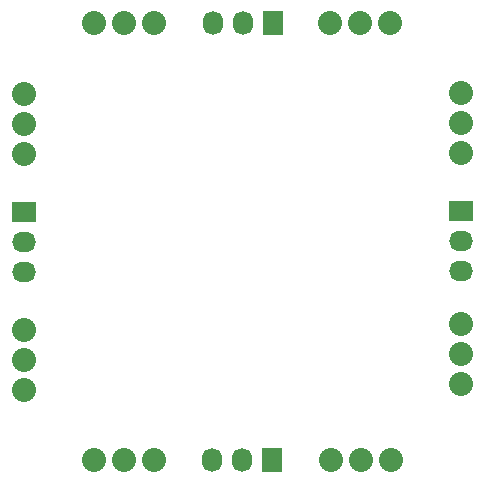
<source format=gbs>
G04 #@! TF.FileFunction,Soldermask,Bot*
%FSLAX46Y46*%
G04 Gerber Fmt 4.6, Leading zero omitted, Abs format (unit mm)*
G04 Created by KiCad (PCBNEW 4.0.4-stable) date Mon Sep 26 22:20:25 2016*
%MOMM*%
%LPD*%
G01*
G04 APERTURE LIST*
%ADD10C,0.100000*%
%ADD11C,2.032000*%
%ADD12R,1.727200X2.032000*%
%ADD13O,1.727200X2.032000*%
%ADD14R,2.032000X1.727200*%
%ADD15O,2.032000X1.727200*%
G04 APERTURE END LIST*
D10*
D11*
X171000000Y-142000000D03*
X173540000Y-142000000D03*
X176080000Y-142000000D03*
D12*
X166000000Y-142000000D03*
D13*
X163460000Y-142000000D03*
X160920000Y-142000000D03*
D14*
X182000000Y-120920000D03*
D15*
X182000000Y-123460000D03*
X182000000Y-126000000D03*
D14*
X145000000Y-120960000D03*
D15*
X145000000Y-123500000D03*
X145000000Y-126040000D03*
D12*
X166080000Y-105000000D03*
D13*
X163540000Y-105000000D03*
X161000000Y-105000000D03*
D11*
X150960000Y-142000000D03*
X153500000Y-142000000D03*
X156040000Y-142000000D03*
X145000000Y-136040000D03*
X145000000Y-133500000D03*
X145000000Y-130960000D03*
X182000000Y-135540000D03*
X182000000Y-133000000D03*
X182000000Y-130460000D03*
X145000000Y-116080000D03*
X145000000Y-113540000D03*
X145000000Y-111000000D03*
X182000000Y-116000000D03*
X182000000Y-113460000D03*
X182000000Y-110920000D03*
X150960000Y-105000000D03*
X153500000Y-105000000D03*
X156040000Y-105000000D03*
X170960000Y-105000000D03*
X173500000Y-105000000D03*
X176040000Y-105000000D03*
M02*

</source>
